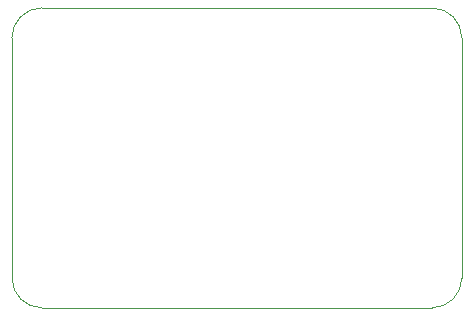
<source format=gbr>
%FSLAX46Y46*%
G04 Gerber Fmt 4.6, Leading zero omitted, Abs format (unit mm)*
G04 Created by KiCad (PCBNEW (2014-08-29 BZR 5106)-product) date Mon 17 Nov 2014 11:31:44 AM PST*
%MOMM*%
G01*
G04 APERTURE LIST*
%ADD10C,0.100000*%
G04 APERTURE END LIST*
D10*
X104140000Y-101600000D02*
X137160000Y-101600000D01*
X101600000Y-104140000D02*
X101600000Y-124460000D01*
X139700000Y-124460000D02*
X139700000Y-104140000D01*
X104140000Y-127000000D02*
X137160000Y-127000000D01*
X104140000Y-101600000D02*
G75*
G03X101600000Y-104140000I0J-2540000D01*
G74*
G01*
X139700000Y-104140000D02*
G75*
G03X137160000Y-101600000I-2540000J0D01*
G74*
G01*
X137160000Y-127000000D02*
G75*
G03X139700000Y-124460000I0J2540000D01*
G74*
G01*
X101600000Y-124460000D02*
G75*
G03X104140000Y-127000000I2540000J0D01*
G74*
G01*
M02*

</source>
